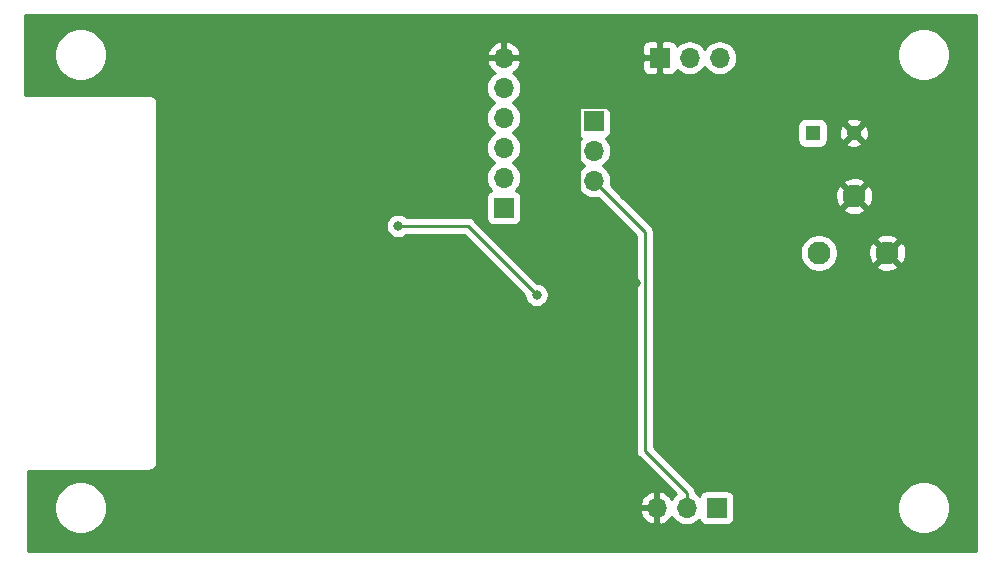
<source format=gbr>
G04 #@! TF.GenerationSoftware,KiCad,Pcbnew,(5.1.4)-1*
G04 #@! TF.CreationDate,2020-11-07T20:29:11+00:00*
G04 #@! TF.ProjectId,WLED Module,574c4544-204d-46f6-9475-6c652e6b6963,rev?*
G04 #@! TF.SameCoordinates,Original*
G04 #@! TF.FileFunction,Copper,L2,Bot*
G04 #@! TF.FilePolarity,Positive*
%FSLAX46Y46*%
G04 Gerber Fmt 4.6, Leading zero omitted, Abs format (unit mm)*
G04 Created by KiCad (PCBNEW (5.1.4)-1) date 2020-11-07 20:29:11*
%MOMM*%
%LPD*%
G04 APERTURE LIST*
%ADD10O,1.700000X1.700000*%
%ADD11R,1.700000X1.700000*%
%ADD12R,1.275000X1.275000*%
%ADD13C,1.275000*%
%ADD14C,1.948180*%
%ADD15C,0.800000*%
%ADD16C,0.635000*%
%ADD17C,0.250000*%
%ADD18C,0.254000*%
G04 APERTURE END LIST*
D10*
X226568000Y-125730000D03*
X229108000Y-125730000D03*
D11*
X231648000Y-125730000D03*
D10*
X231902000Y-87630000D03*
X229362000Y-87630000D03*
D11*
X226822000Y-87630000D03*
D12*
X239776000Y-93980000D03*
D13*
X243276000Y-93980000D03*
D11*
X213614000Y-100330000D03*
D10*
X213614000Y-97790000D03*
X213614000Y-95250000D03*
X213614000Y-92710000D03*
X213614000Y-90170000D03*
X213614000Y-87630000D03*
D14*
X246100600Y-104140000D03*
X243301520Y-99341940D03*
X240301780Y-104140000D03*
D11*
X221234000Y-92964000D03*
D10*
X221234000Y-95504000D03*
X221234000Y-98044000D03*
D15*
X224536000Y-114808000D03*
X224827000Y-106680000D03*
X204724000Y-112014000D03*
X195834000Y-123444000D03*
X184785000Y-117475000D03*
X184912000Y-94996000D03*
X204688000Y-101854000D03*
X216408000Y-107696000D03*
D16*
X222498001Y-91596499D02*
X227838000Y-96936498D01*
X219969999Y-91596499D02*
X222498001Y-91596499D01*
X219866499Y-91699999D02*
X219969999Y-91596499D01*
X224536000Y-114808000D02*
X219866499Y-110138499D01*
X219866499Y-110138499D02*
X219866499Y-91699999D01*
X204724000Y-112014000D02*
X193802000Y-122936000D01*
X193802000Y-122936000D02*
X193802000Y-123444000D01*
D17*
X204688000Y-101854000D02*
X210566000Y-101854000D01*
X210566000Y-101854000D02*
X216408000Y-107696000D01*
X229108000Y-124434998D02*
X225552000Y-120878998D01*
X229108000Y-125730000D02*
X229108000Y-124434998D01*
X225552000Y-102362000D02*
X221234000Y-98044000D01*
X225552000Y-120878998D02*
X225552000Y-102362000D01*
D18*
G36*
X253594000Y-129388000D02*
G01*
X173380000Y-129388000D01*
X173380000Y-125509872D01*
X175565000Y-125509872D01*
X175565000Y-125950128D01*
X175650890Y-126381925D01*
X175819369Y-126788669D01*
X176063962Y-127154729D01*
X176375271Y-127466038D01*
X176741331Y-127710631D01*
X177148075Y-127879110D01*
X177579872Y-127965000D01*
X178020128Y-127965000D01*
X178451925Y-127879110D01*
X178858669Y-127710631D01*
X179224729Y-127466038D01*
X179536038Y-127154729D01*
X179780631Y-126788669D01*
X179949110Y-126381925D01*
X180007796Y-126086891D01*
X225126519Y-126086891D01*
X225223843Y-126361252D01*
X225372822Y-126611355D01*
X225567731Y-126827588D01*
X225801080Y-127001641D01*
X226063901Y-127126825D01*
X226211110Y-127171476D01*
X226441000Y-127050155D01*
X226441000Y-125857000D01*
X225247186Y-125857000D01*
X225126519Y-126086891D01*
X180007796Y-126086891D01*
X180035000Y-125950128D01*
X180035000Y-125509872D01*
X180007797Y-125373109D01*
X225126519Y-125373109D01*
X225247186Y-125603000D01*
X226441000Y-125603000D01*
X226441000Y-124409845D01*
X226211110Y-124288524D01*
X226063901Y-124333175D01*
X225801080Y-124458359D01*
X225567731Y-124632412D01*
X225372822Y-124848645D01*
X225223843Y-125098748D01*
X225126519Y-125373109D01*
X180007797Y-125373109D01*
X179949110Y-125078075D01*
X179780631Y-124671331D01*
X179536038Y-124305271D01*
X179224729Y-123993962D01*
X178858669Y-123749369D01*
X178451925Y-123580890D01*
X178020128Y-123495000D01*
X177579872Y-123495000D01*
X177148075Y-123580890D01*
X176741331Y-123749369D01*
X176375271Y-123993962D01*
X176063962Y-124305271D01*
X175819369Y-124671331D01*
X175650890Y-125078075D01*
X175565000Y-125509872D01*
X173380000Y-125509872D01*
X173380000Y-122580000D01*
X183609581Y-122580000D01*
X183642000Y-122583193D01*
X183674419Y-122580000D01*
X183771383Y-122570450D01*
X183895793Y-122532710D01*
X184010450Y-122471425D01*
X184110948Y-122388948D01*
X184193425Y-122288450D01*
X184254710Y-122173793D01*
X184292450Y-122049383D01*
X184305193Y-121920000D01*
X184302000Y-121887581D01*
X184302000Y-101752061D01*
X203653000Y-101752061D01*
X203653000Y-101955939D01*
X203692774Y-102155898D01*
X203770795Y-102344256D01*
X203884063Y-102513774D01*
X204028226Y-102657937D01*
X204197744Y-102771205D01*
X204386102Y-102849226D01*
X204586061Y-102889000D01*
X204789939Y-102889000D01*
X204989898Y-102849226D01*
X205178256Y-102771205D01*
X205347774Y-102657937D01*
X205391711Y-102614000D01*
X210251199Y-102614000D01*
X215373000Y-107735802D01*
X215373000Y-107797939D01*
X215412774Y-107997898D01*
X215490795Y-108186256D01*
X215604063Y-108355774D01*
X215748226Y-108499937D01*
X215917744Y-108613205D01*
X216106102Y-108691226D01*
X216306061Y-108731000D01*
X216509939Y-108731000D01*
X216709898Y-108691226D01*
X216898256Y-108613205D01*
X217067774Y-108499937D01*
X217211937Y-108355774D01*
X217325205Y-108186256D01*
X217403226Y-107997898D01*
X217443000Y-107797939D01*
X217443000Y-107594061D01*
X217403226Y-107394102D01*
X217325205Y-107205744D01*
X217211937Y-107036226D01*
X217067774Y-106892063D01*
X216898256Y-106778795D01*
X216709898Y-106700774D01*
X216509939Y-106661000D01*
X216447802Y-106661000D01*
X211129804Y-101343003D01*
X211106001Y-101313999D01*
X210990276Y-101219026D01*
X210858247Y-101148454D01*
X210714986Y-101104997D01*
X210603333Y-101094000D01*
X210603322Y-101094000D01*
X210566000Y-101090324D01*
X210528678Y-101094000D01*
X205391711Y-101094000D01*
X205347774Y-101050063D01*
X205178256Y-100936795D01*
X204989898Y-100858774D01*
X204789939Y-100819000D01*
X204586061Y-100819000D01*
X204386102Y-100858774D01*
X204197744Y-100936795D01*
X204028226Y-101050063D01*
X203884063Y-101194226D01*
X203770795Y-101363744D01*
X203692774Y-101552102D01*
X203653000Y-101752061D01*
X184302000Y-101752061D01*
X184302000Y-91472418D01*
X184305193Y-91440000D01*
X184292450Y-91310617D01*
X184254710Y-91186207D01*
X184193425Y-91071550D01*
X184110948Y-90971052D01*
X184010450Y-90888575D01*
X183895793Y-90827290D01*
X183771383Y-90789550D01*
X183674419Y-90780000D01*
X183642000Y-90776807D01*
X183609581Y-90780000D01*
X173126000Y-90780000D01*
X173126000Y-90170000D01*
X212121815Y-90170000D01*
X212150487Y-90461111D01*
X212235401Y-90741034D01*
X212373294Y-90999014D01*
X212558866Y-91225134D01*
X212784986Y-91410706D01*
X212839791Y-91440000D01*
X212784986Y-91469294D01*
X212558866Y-91654866D01*
X212373294Y-91880986D01*
X212235401Y-92138966D01*
X212150487Y-92418889D01*
X212121815Y-92710000D01*
X212150487Y-93001111D01*
X212235401Y-93281034D01*
X212373294Y-93539014D01*
X212558866Y-93765134D01*
X212784986Y-93950706D01*
X212839791Y-93980000D01*
X212784986Y-94009294D01*
X212558866Y-94194866D01*
X212373294Y-94420986D01*
X212235401Y-94678966D01*
X212150487Y-94958889D01*
X212121815Y-95250000D01*
X212150487Y-95541111D01*
X212235401Y-95821034D01*
X212373294Y-96079014D01*
X212558866Y-96305134D01*
X212784986Y-96490706D01*
X212839791Y-96520000D01*
X212784986Y-96549294D01*
X212558866Y-96734866D01*
X212373294Y-96960986D01*
X212235401Y-97218966D01*
X212150487Y-97498889D01*
X212121815Y-97790000D01*
X212150487Y-98081111D01*
X212235401Y-98361034D01*
X212373294Y-98619014D01*
X212558866Y-98845134D01*
X212588687Y-98869607D01*
X212519820Y-98890498D01*
X212409506Y-98949463D01*
X212312815Y-99028815D01*
X212233463Y-99125506D01*
X212174498Y-99235820D01*
X212138188Y-99355518D01*
X212125928Y-99480000D01*
X212125928Y-101180000D01*
X212138188Y-101304482D01*
X212174498Y-101424180D01*
X212233463Y-101534494D01*
X212312815Y-101631185D01*
X212409506Y-101710537D01*
X212519820Y-101769502D01*
X212639518Y-101805812D01*
X212764000Y-101818072D01*
X214464000Y-101818072D01*
X214588482Y-101805812D01*
X214708180Y-101769502D01*
X214818494Y-101710537D01*
X214915185Y-101631185D01*
X214994537Y-101534494D01*
X215053502Y-101424180D01*
X215089812Y-101304482D01*
X215102072Y-101180000D01*
X215102072Y-99480000D01*
X215089812Y-99355518D01*
X215053502Y-99235820D01*
X214994537Y-99125506D01*
X214915185Y-99028815D01*
X214818494Y-98949463D01*
X214708180Y-98890498D01*
X214639313Y-98869607D01*
X214669134Y-98845134D01*
X214854706Y-98619014D01*
X214992599Y-98361034D01*
X215077513Y-98081111D01*
X215106185Y-97790000D01*
X215077513Y-97498889D01*
X214992599Y-97218966D01*
X214854706Y-96960986D01*
X214669134Y-96734866D01*
X214443014Y-96549294D01*
X214388209Y-96520000D01*
X214443014Y-96490706D01*
X214669134Y-96305134D01*
X214854706Y-96079014D01*
X214992599Y-95821034D01*
X215077513Y-95541111D01*
X215081168Y-95504000D01*
X219741815Y-95504000D01*
X219770487Y-95795111D01*
X219855401Y-96075034D01*
X219993294Y-96333014D01*
X220178866Y-96559134D01*
X220404986Y-96744706D01*
X220459791Y-96774000D01*
X220404986Y-96803294D01*
X220178866Y-96988866D01*
X219993294Y-97214986D01*
X219855401Y-97472966D01*
X219770487Y-97752889D01*
X219741815Y-98044000D01*
X219770487Y-98335111D01*
X219855401Y-98615034D01*
X219993294Y-98873014D01*
X220178866Y-99099134D01*
X220404986Y-99284706D01*
X220662966Y-99422599D01*
X220942889Y-99507513D01*
X221161050Y-99529000D01*
X221306950Y-99529000D01*
X221525111Y-99507513D01*
X221599996Y-99484797D01*
X224792001Y-102676803D01*
X224792000Y-120841676D01*
X224788324Y-120878998D01*
X224792000Y-120916320D01*
X224792000Y-120916330D01*
X224802997Y-121027983D01*
X224846454Y-121171244D01*
X224917026Y-121303274D01*
X224956871Y-121351824D01*
X225011999Y-121418999D01*
X225041003Y-121442802D01*
X228173809Y-124575610D01*
X228052866Y-124674866D01*
X227867294Y-124900986D01*
X227832799Y-124965523D01*
X227763178Y-124848645D01*
X227568269Y-124632412D01*
X227334920Y-124458359D01*
X227072099Y-124333175D01*
X226924890Y-124288524D01*
X226695000Y-124409845D01*
X226695000Y-125603000D01*
X226715000Y-125603000D01*
X226715000Y-125857000D01*
X226695000Y-125857000D01*
X226695000Y-127050155D01*
X226924890Y-127171476D01*
X227072099Y-127126825D01*
X227334920Y-127001641D01*
X227568269Y-126827588D01*
X227763178Y-126611355D01*
X227832799Y-126494477D01*
X227867294Y-126559014D01*
X228052866Y-126785134D01*
X228278986Y-126970706D01*
X228536966Y-127108599D01*
X228816889Y-127193513D01*
X229035050Y-127215000D01*
X229180950Y-127215000D01*
X229399111Y-127193513D01*
X229679034Y-127108599D01*
X229937014Y-126970706D01*
X230163134Y-126785134D01*
X230187607Y-126755313D01*
X230208498Y-126824180D01*
X230267463Y-126934494D01*
X230346815Y-127031185D01*
X230443506Y-127110537D01*
X230553820Y-127169502D01*
X230673518Y-127205812D01*
X230798000Y-127218072D01*
X232498000Y-127218072D01*
X232622482Y-127205812D01*
X232742180Y-127169502D01*
X232852494Y-127110537D01*
X232949185Y-127031185D01*
X233028537Y-126934494D01*
X233087502Y-126824180D01*
X233123812Y-126704482D01*
X233136072Y-126580000D01*
X233136072Y-125509872D01*
X246939000Y-125509872D01*
X246939000Y-125950128D01*
X247024890Y-126381925D01*
X247193369Y-126788669D01*
X247437962Y-127154729D01*
X247749271Y-127466038D01*
X248115331Y-127710631D01*
X248522075Y-127879110D01*
X248953872Y-127965000D01*
X249394128Y-127965000D01*
X249825925Y-127879110D01*
X250232669Y-127710631D01*
X250598729Y-127466038D01*
X250910038Y-127154729D01*
X251154631Y-126788669D01*
X251323110Y-126381925D01*
X251409000Y-125950128D01*
X251409000Y-125509872D01*
X251323110Y-125078075D01*
X251154631Y-124671331D01*
X250910038Y-124305271D01*
X250598729Y-123993962D01*
X250232669Y-123749369D01*
X249825925Y-123580890D01*
X249394128Y-123495000D01*
X248953872Y-123495000D01*
X248522075Y-123580890D01*
X248115331Y-123749369D01*
X247749271Y-123993962D01*
X247437962Y-124305271D01*
X247193369Y-124671331D01*
X247024890Y-125078075D01*
X246939000Y-125509872D01*
X233136072Y-125509872D01*
X233136072Y-124880000D01*
X233123812Y-124755518D01*
X233087502Y-124635820D01*
X233028537Y-124525506D01*
X232949185Y-124428815D01*
X232852494Y-124349463D01*
X232742180Y-124290498D01*
X232622482Y-124254188D01*
X232498000Y-124241928D01*
X230798000Y-124241928D01*
X230673518Y-124254188D01*
X230553820Y-124290498D01*
X230443506Y-124349463D01*
X230346815Y-124428815D01*
X230267463Y-124525506D01*
X230208498Y-124635820D01*
X230187607Y-124704687D01*
X230163134Y-124674866D01*
X229937014Y-124489294D01*
X229869863Y-124453401D01*
X229871676Y-124434997D01*
X229868000Y-124397674D01*
X229868000Y-124397665D01*
X229857003Y-124286012D01*
X229813546Y-124142751D01*
X229742974Y-124010722D01*
X229729219Y-123993962D01*
X229671799Y-123923994D01*
X229671795Y-123923990D01*
X229648001Y-123894997D01*
X229619008Y-123871203D01*
X226312000Y-120564197D01*
X226312000Y-103981518D01*
X238692690Y-103981518D01*
X238692690Y-104298482D01*
X238754526Y-104609354D01*
X238875823Y-104902190D01*
X239051918Y-105165735D01*
X239276045Y-105389862D01*
X239539590Y-105565957D01*
X239832426Y-105687254D01*
X240143298Y-105749090D01*
X240460262Y-105749090D01*
X240771134Y-105687254D01*
X241063970Y-105565957D01*
X241327515Y-105389862D01*
X241460442Y-105256935D01*
X245163270Y-105256935D01*
X245255905Y-105518688D01*
X245541105Y-105656989D01*
X245847805Y-105736992D01*
X246164220Y-105755624D01*
X246478190Y-105712169D01*
X246777650Y-105608297D01*
X246945295Y-105518688D01*
X247037930Y-105256935D01*
X246100600Y-104319605D01*
X245163270Y-105256935D01*
X241460442Y-105256935D01*
X241551642Y-105165735D01*
X241727737Y-104902190D01*
X241849034Y-104609354D01*
X241910870Y-104298482D01*
X241910870Y-104203620D01*
X244484976Y-104203620D01*
X244528431Y-104517590D01*
X244632303Y-104817050D01*
X244721912Y-104984695D01*
X244983665Y-105077330D01*
X245920995Y-104140000D01*
X246280205Y-104140000D01*
X247217535Y-105077330D01*
X247479288Y-104984695D01*
X247617589Y-104699495D01*
X247697592Y-104392795D01*
X247716224Y-104076380D01*
X247672769Y-103762410D01*
X247568897Y-103462950D01*
X247479288Y-103295305D01*
X247217535Y-103202670D01*
X246280205Y-104140000D01*
X245920995Y-104140000D01*
X244983665Y-103202670D01*
X244721912Y-103295305D01*
X244583611Y-103580505D01*
X244503608Y-103887205D01*
X244484976Y-104203620D01*
X241910870Y-104203620D01*
X241910870Y-103981518D01*
X241849034Y-103670646D01*
X241727737Y-103377810D01*
X241551642Y-103114265D01*
X241460442Y-103023065D01*
X245163270Y-103023065D01*
X246100600Y-103960395D01*
X247037930Y-103023065D01*
X246945295Y-102761312D01*
X246660095Y-102623011D01*
X246353395Y-102543008D01*
X246036980Y-102524376D01*
X245723010Y-102567831D01*
X245423550Y-102671703D01*
X245255905Y-102761312D01*
X245163270Y-103023065D01*
X241460442Y-103023065D01*
X241327515Y-102890138D01*
X241063970Y-102714043D01*
X240771134Y-102592746D01*
X240460262Y-102530910D01*
X240143298Y-102530910D01*
X239832426Y-102592746D01*
X239539590Y-102714043D01*
X239276045Y-102890138D01*
X239051918Y-103114265D01*
X238875823Y-103377810D01*
X238754526Y-103670646D01*
X238692690Y-103981518D01*
X226312000Y-103981518D01*
X226312000Y-102399322D01*
X226315676Y-102361999D01*
X226312000Y-102324676D01*
X226312000Y-102324667D01*
X226301003Y-102213014D01*
X226257546Y-102069753D01*
X226186974Y-101937724D01*
X226092001Y-101821999D01*
X226063003Y-101798201D01*
X224723677Y-100458875D01*
X242364190Y-100458875D01*
X242456825Y-100720628D01*
X242742025Y-100858929D01*
X243048725Y-100938932D01*
X243365140Y-100957564D01*
X243679110Y-100914109D01*
X243978570Y-100810237D01*
X244146215Y-100720628D01*
X244238850Y-100458875D01*
X243301520Y-99521545D01*
X242364190Y-100458875D01*
X224723677Y-100458875D01*
X223670362Y-99405560D01*
X241685896Y-99405560D01*
X241729351Y-99719530D01*
X241833223Y-100018990D01*
X241922832Y-100186635D01*
X242184585Y-100279270D01*
X243121915Y-99341940D01*
X243481125Y-99341940D01*
X244418455Y-100279270D01*
X244680208Y-100186635D01*
X244818509Y-99901435D01*
X244898512Y-99594735D01*
X244917144Y-99278320D01*
X244873689Y-98964350D01*
X244769817Y-98664890D01*
X244680208Y-98497245D01*
X244418455Y-98404610D01*
X243481125Y-99341940D01*
X243121915Y-99341940D01*
X242184585Y-98404610D01*
X241922832Y-98497245D01*
X241784531Y-98782445D01*
X241704528Y-99089145D01*
X241685896Y-99405560D01*
X223670362Y-99405560D01*
X222674797Y-98409996D01*
X222697513Y-98335111D01*
X222708357Y-98225005D01*
X242364190Y-98225005D01*
X243301520Y-99162335D01*
X244238850Y-98225005D01*
X244146215Y-97963252D01*
X243861015Y-97824951D01*
X243554315Y-97744948D01*
X243237900Y-97726316D01*
X242923930Y-97769771D01*
X242624470Y-97873643D01*
X242456825Y-97963252D01*
X242364190Y-98225005D01*
X222708357Y-98225005D01*
X222726185Y-98044000D01*
X222697513Y-97752889D01*
X222612599Y-97472966D01*
X222474706Y-97214986D01*
X222289134Y-96988866D01*
X222063014Y-96803294D01*
X222008209Y-96774000D01*
X222063014Y-96744706D01*
X222289134Y-96559134D01*
X222474706Y-96333014D01*
X222612599Y-96075034D01*
X222697513Y-95795111D01*
X222726185Y-95504000D01*
X222697513Y-95212889D01*
X222612599Y-94932966D01*
X222474706Y-94674986D01*
X222289134Y-94448866D01*
X222259313Y-94424393D01*
X222328180Y-94403502D01*
X222438494Y-94344537D01*
X222535185Y-94265185D01*
X222614537Y-94168494D01*
X222673502Y-94058180D01*
X222709812Y-93938482D01*
X222722072Y-93814000D01*
X222722072Y-93342500D01*
X238500428Y-93342500D01*
X238500428Y-94617500D01*
X238512688Y-94741982D01*
X238548998Y-94861680D01*
X238607963Y-94971994D01*
X238687315Y-95068685D01*
X238784006Y-95148037D01*
X238894320Y-95207002D01*
X239014018Y-95243312D01*
X239138500Y-95255572D01*
X240413500Y-95255572D01*
X240537982Y-95243312D01*
X240657680Y-95207002D01*
X240767994Y-95148037D01*
X240864685Y-95068685D01*
X240944037Y-94971994D01*
X241003002Y-94861680D01*
X241004546Y-94856588D01*
X242579017Y-94856588D01*
X242630886Y-95083988D01*
X242858659Y-95188631D01*
X243102470Y-95246826D01*
X243352949Y-95256338D01*
X243600472Y-95216801D01*
X243835526Y-95129735D01*
X243921114Y-95083988D01*
X243972983Y-94856588D01*
X243276000Y-94159605D01*
X242579017Y-94856588D01*
X241004546Y-94856588D01*
X241039312Y-94741982D01*
X241051572Y-94617500D01*
X241051572Y-94056949D01*
X241999662Y-94056949D01*
X242039199Y-94304472D01*
X242126265Y-94539526D01*
X242172012Y-94625114D01*
X242399412Y-94676983D01*
X243096395Y-93980000D01*
X243455605Y-93980000D01*
X244152588Y-94676983D01*
X244379988Y-94625114D01*
X244484631Y-94397341D01*
X244542826Y-94153530D01*
X244552338Y-93903051D01*
X244512801Y-93655528D01*
X244425735Y-93420474D01*
X244379988Y-93334886D01*
X244152588Y-93283017D01*
X243455605Y-93980000D01*
X243096395Y-93980000D01*
X242399412Y-93283017D01*
X242172012Y-93334886D01*
X242067369Y-93562659D01*
X242009174Y-93806470D01*
X241999662Y-94056949D01*
X241051572Y-94056949D01*
X241051572Y-93342500D01*
X241039312Y-93218018D01*
X241004547Y-93103412D01*
X242579017Y-93103412D01*
X243276000Y-93800395D01*
X243972983Y-93103412D01*
X243921114Y-92876012D01*
X243693341Y-92771369D01*
X243449530Y-92713174D01*
X243199051Y-92703662D01*
X242951528Y-92743199D01*
X242716474Y-92830265D01*
X242630886Y-92876012D01*
X242579017Y-93103412D01*
X241004547Y-93103412D01*
X241003002Y-93098320D01*
X240944037Y-92988006D01*
X240864685Y-92891315D01*
X240767994Y-92811963D01*
X240657680Y-92752998D01*
X240537982Y-92716688D01*
X240413500Y-92704428D01*
X239138500Y-92704428D01*
X239014018Y-92716688D01*
X238894320Y-92752998D01*
X238784006Y-92811963D01*
X238687315Y-92891315D01*
X238607963Y-92988006D01*
X238548998Y-93098320D01*
X238512688Y-93218018D01*
X238500428Y-93342500D01*
X222722072Y-93342500D01*
X222722072Y-92114000D01*
X222709812Y-91989518D01*
X222673502Y-91869820D01*
X222614537Y-91759506D01*
X222535185Y-91662815D01*
X222438494Y-91583463D01*
X222328180Y-91524498D01*
X222208482Y-91488188D01*
X222084000Y-91475928D01*
X220384000Y-91475928D01*
X220259518Y-91488188D01*
X220139820Y-91524498D01*
X220029506Y-91583463D01*
X219932815Y-91662815D01*
X219853463Y-91759506D01*
X219794498Y-91869820D01*
X219758188Y-91989518D01*
X219745928Y-92114000D01*
X219745928Y-93814000D01*
X219758188Y-93938482D01*
X219794498Y-94058180D01*
X219853463Y-94168494D01*
X219932815Y-94265185D01*
X220029506Y-94344537D01*
X220139820Y-94403502D01*
X220208687Y-94424393D01*
X220178866Y-94448866D01*
X219993294Y-94674986D01*
X219855401Y-94932966D01*
X219770487Y-95212889D01*
X219741815Y-95504000D01*
X215081168Y-95504000D01*
X215106185Y-95250000D01*
X215077513Y-94958889D01*
X214992599Y-94678966D01*
X214854706Y-94420986D01*
X214669134Y-94194866D01*
X214443014Y-94009294D01*
X214388209Y-93980000D01*
X214443014Y-93950706D01*
X214669134Y-93765134D01*
X214854706Y-93539014D01*
X214992599Y-93281034D01*
X215077513Y-93001111D01*
X215106185Y-92710000D01*
X215077513Y-92418889D01*
X214992599Y-92138966D01*
X214854706Y-91880986D01*
X214669134Y-91654866D01*
X214443014Y-91469294D01*
X214388209Y-91440000D01*
X214443014Y-91410706D01*
X214669134Y-91225134D01*
X214854706Y-90999014D01*
X214992599Y-90741034D01*
X215077513Y-90461111D01*
X215106185Y-90170000D01*
X215077513Y-89878889D01*
X214992599Y-89598966D01*
X214854706Y-89340986D01*
X214669134Y-89114866D01*
X214443014Y-88929294D01*
X214378477Y-88894799D01*
X214495355Y-88825178D01*
X214711588Y-88630269D01*
X214823672Y-88480000D01*
X225333928Y-88480000D01*
X225346188Y-88604482D01*
X225382498Y-88724180D01*
X225441463Y-88834494D01*
X225520815Y-88931185D01*
X225617506Y-89010537D01*
X225727820Y-89069502D01*
X225847518Y-89105812D01*
X225972000Y-89118072D01*
X226536250Y-89115000D01*
X226695000Y-88956250D01*
X226695000Y-87757000D01*
X225495750Y-87757000D01*
X225337000Y-87915750D01*
X225333928Y-88480000D01*
X214823672Y-88480000D01*
X214885641Y-88396920D01*
X215010825Y-88134099D01*
X215055476Y-87986890D01*
X214934155Y-87757000D01*
X213741000Y-87757000D01*
X213741000Y-87777000D01*
X213487000Y-87777000D01*
X213487000Y-87757000D01*
X212293845Y-87757000D01*
X212172524Y-87986890D01*
X212217175Y-88134099D01*
X212342359Y-88396920D01*
X212516412Y-88630269D01*
X212732645Y-88825178D01*
X212849523Y-88894799D01*
X212784986Y-88929294D01*
X212558866Y-89114866D01*
X212373294Y-89340986D01*
X212235401Y-89598966D01*
X212150487Y-89878889D01*
X212121815Y-90170000D01*
X173126000Y-90170000D01*
X173126000Y-87155872D01*
X175565000Y-87155872D01*
X175565000Y-87596128D01*
X175650890Y-88027925D01*
X175819369Y-88434669D01*
X176063962Y-88800729D01*
X176375271Y-89112038D01*
X176741331Y-89356631D01*
X177148075Y-89525110D01*
X177579872Y-89611000D01*
X178020128Y-89611000D01*
X178451925Y-89525110D01*
X178858669Y-89356631D01*
X179224729Y-89112038D01*
X179536038Y-88800729D01*
X179780631Y-88434669D01*
X179949110Y-88027925D01*
X180035000Y-87596128D01*
X180035000Y-87273110D01*
X212172524Y-87273110D01*
X212293845Y-87503000D01*
X213487000Y-87503000D01*
X213487000Y-86309186D01*
X213741000Y-86309186D01*
X213741000Y-87503000D01*
X214934155Y-87503000D01*
X215055476Y-87273110D01*
X215010825Y-87125901D01*
X214885641Y-86863080D01*
X214823673Y-86780000D01*
X225333928Y-86780000D01*
X225337000Y-87344250D01*
X225495750Y-87503000D01*
X226695000Y-87503000D01*
X226695000Y-86303750D01*
X226949000Y-86303750D01*
X226949000Y-87503000D01*
X226969000Y-87503000D01*
X226969000Y-87757000D01*
X226949000Y-87757000D01*
X226949000Y-88956250D01*
X227107750Y-89115000D01*
X227672000Y-89118072D01*
X227796482Y-89105812D01*
X227916180Y-89069502D01*
X228026494Y-89010537D01*
X228123185Y-88931185D01*
X228202537Y-88834494D01*
X228261502Y-88724180D01*
X228282393Y-88655313D01*
X228306866Y-88685134D01*
X228532986Y-88870706D01*
X228790966Y-89008599D01*
X229070889Y-89093513D01*
X229289050Y-89115000D01*
X229434950Y-89115000D01*
X229653111Y-89093513D01*
X229933034Y-89008599D01*
X230191014Y-88870706D01*
X230417134Y-88685134D01*
X230602706Y-88459014D01*
X230632000Y-88404209D01*
X230661294Y-88459014D01*
X230846866Y-88685134D01*
X231072986Y-88870706D01*
X231330966Y-89008599D01*
X231610889Y-89093513D01*
X231829050Y-89115000D01*
X231974950Y-89115000D01*
X232193111Y-89093513D01*
X232473034Y-89008599D01*
X232731014Y-88870706D01*
X232957134Y-88685134D01*
X233142706Y-88459014D01*
X233280599Y-88201034D01*
X233365513Y-87921111D01*
X233394185Y-87630000D01*
X233365513Y-87338889D01*
X233309996Y-87155872D01*
X246939000Y-87155872D01*
X246939000Y-87596128D01*
X247024890Y-88027925D01*
X247193369Y-88434669D01*
X247437962Y-88800729D01*
X247749271Y-89112038D01*
X248115331Y-89356631D01*
X248522075Y-89525110D01*
X248953872Y-89611000D01*
X249394128Y-89611000D01*
X249825925Y-89525110D01*
X250232669Y-89356631D01*
X250598729Y-89112038D01*
X250910038Y-88800729D01*
X251154631Y-88434669D01*
X251323110Y-88027925D01*
X251409000Y-87596128D01*
X251409000Y-87155872D01*
X251323110Y-86724075D01*
X251154631Y-86317331D01*
X250910038Y-85951271D01*
X250598729Y-85639962D01*
X250232669Y-85395369D01*
X249825925Y-85226890D01*
X249394128Y-85141000D01*
X248953872Y-85141000D01*
X248522075Y-85226890D01*
X248115331Y-85395369D01*
X247749271Y-85639962D01*
X247437962Y-85951271D01*
X247193369Y-86317331D01*
X247024890Y-86724075D01*
X246939000Y-87155872D01*
X233309996Y-87155872D01*
X233280599Y-87058966D01*
X233142706Y-86800986D01*
X232957134Y-86574866D01*
X232731014Y-86389294D01*
X232473034Y-86251401D01*
X232193111Y-86166487D01*
X231974950Y-86145000D01*
X231829050Y-86145000D01*
X231610889Y-86166487D01*
X231330966Y-86251401D01*
X231072986Y-86389294D01*
X230846866Y-86574866D01*
X230661294Y-86800986D01*
X230632000Y-86855791D01*
X230602706Y-86800986D01*
X230417134Y-86574866D01*
X230191014Y-86389294D01*
X229933034Y-86251401D01*
X229653111Y-86166487D01*
X229434950Y-86145000D01*
X229289050Y-86145000D01*
X229070889Y-86166487D01*
X228790966Y-86251401D01*
X228532986Y-86389294D01*
X228306866Y-86574866D01*
X228282393Y-86604687D01*
X228261502Y-86535820D01*
X228202537Y-86425506D01*
X228123185Y-86328815D01*
X228026494Y-86249463D01*
X227916180Y-86190498D01*
X227796482Y-86154188D01*
X227672000Y-86141928D01*
X227107750Y-86145000D01*
X226949000Y-86303750D01*
X226695000Y-86303750D01*
X226536250Y-86145000D01*
X225972000Y-86141928D01*
X225847518Y-86154188D01*
X225727820Y-86190498D01*
X225617506Y-86249463D01*
X225520815Y-86328815D01*
X225441463Y-86425506D01*
X225382498Y-86535820D01*
X225346188Y-86655518D01*
X225333928Y-86780000D01*
X214823673Y-86780000D01*
X214711588Y-86629731D01*
X214495355Y-86434822D01*
X214245252Y-86285843D01*
X213970891Y-86188519D01*
X213741000Y-86309186D01*
X213487000Y-86309186D01*
X213257109Y-86188519D01*
X212982748Y-86285843D01*
X212732645Y-86434822D01*
X212516412Y-86629731D01*
X212342359Y-86863080D01*
X212217175Y-87125901D01*
X212172524Y-87273110D01*
X180035000Y-87273110D01*
X180035000Y-87155872D01*
X179949110Y-86724075D01*
X179780631Y-86317331D01*
X179536038Y-85951271D01*
X179224729Y-85639962D01*
X178858669Y-85395369D01*
X178451925Y-85226890D01*
X178020128Y-85141000D01*
X177579872Y-85141000D01*
X177148075Y-85226890D01*
X176741331Y-85395369D01*
X176375271Y-85639962D01*
X176063962Y-85951271D01*
X175819369Y-86317331D01*
X175650890Y-86724075D01*
X175565000Y-87155872D01*
X173126000Y-87155872D01*
X173126000Y-83972000D01*
X253594001Y-83972000D01*
X253594000Y-129388000D01*
X253594000Y-129388000D01*
G37*
X253594000Y-129388000D02*
X173380000Y-129388000D01*
X173380000Y-125509872D01*
X175565000Y-125509872D01*
X175565000Y-125950128D01*
X175650890Y-126381925D01*
X175819369Y-126788669D01*
X176063962Y-127154729D01*
X176375271Y-127466038D01*
X176741331Y-127710631D01*
X177148075Y-127879110D01*
X177579872Y-127965000D01*
X178020128Y-127965000D01*
X178451925Y-127879110D01*
X178858669Y-127710631D01*
X179224729Y-127466038D01*
X179536038Y-127154729D01*
X179780631Y-126788669D01*
X179949110Y-126381925D01*
X180007796Y-126086891D01*
X225126519Y-126086891D01*
X225223843Y-126361252D01*
X225372822Y-126611355D01*
X225567731Y-126827588D01*
X225801080Y-127001641D01*
X226063901Y-127126825D01*
X226211110Y-127171476D01*
X226441000Y-127050155D01*
X226441000Y-125857000D01*
X225247186Y-125857000D01*
X225126519Y-126086891D01*
X180007796Y-126086891D01*
X180035000Y-125950128D01*
X180035000Y-125509872D01*
X180007797Y-125373109D01*
X225126519Y-125373109D01*
X225247186Y-125603000D01*
X226441000Y-125603000D01*
X226441000Y-124409845D01*
X226211110Y-124288524D01*
X226063901Y-124333175D01*
X225801080Y-124458359D01*
X225567731Y-124632412D01*
X225372822Y-124848645D01*
X225223843Y-125098748D01*
X225126519Y-125373109D01*
X180007797Y-125373109D01*
X179949110Y-125078075D01*
X179780631Y-124671331D01*
X179536038Y-124305271D01*
X179224729Y-123993962D01*
X178858669Y-123749369D01*
X178451925Y-123580890D01*
X178020128Y-123495000D01*
X177579872Y-123495000D01*
X177148075Y-123580890D01*
X176741331Y-123749369D01*
X176375271Y-123993962D01*
X176063962Y-124305271D01*
X175819369Y-124671331D01*
X175650890Y-125078075D01*
X175565000Y-125509872D01*
X173380000Y-125509872D01*
X173380000Y-122580000D01*
X183609581Y-122580000D01*
X183642000Y-122583193D01*
X183674419Y-122580000D01*
X183771383Y-122570450D01*
X183895793Y-122532710D01*
X184010450Y-122471425D01*
X184110948Y-122388948D01*
X184193425Y-122288450D01*
X184254710Y-122173793D01*
X184292450Y-122049383D01*
X184305193Y-121920000D01*
X184302000Y-121887581D01*
X184302000Y-101752061D01*
X203653000Y-101752061D01*
X203653000Y-101955939D01*
X203692774Y-102155898D01*
X203770795Y-102344256D01*
X203884063Y-102513774D01*
X204028226Y-102657937D01*
X204197744Y-102771205D01*
X204386102Y-102849226D01*
X204586061Y-102889000D01*
X204789939Y-102889000D01*
X204989898Y-102849226D01*
X205178256Y-102771205D01*
X205347774Y-102657937D01*
X205391711Y-102614000D01*
X210251199Y-102614000D01*
X215373000Y-107735802D01*
X215373000Y-107797939D01*
X215412774Y-107997898D01*
X215490795Y-108186256D01*
X215604063Y-108355774D01*
X215748226Y-108499937D01*
X215917744Y-108613205D01*
X216106102Y-108691226D01*
X216306061Y-108731000D01*
X216509939Y-108731000D01*
X216709898Y-108691226D01*
X216898256Y-108613205D01*
X217067774Y-108499937D01*
X217211937Y-108355774D01*
X217325205Y-108186256D01*
X217403226Y-107997898D01*
X217443000Y-107797939D01*
X217443000Y-107594061D01*
X217403226Y-107394102D01*
X217325205Y-107205744D01*
X217211937Y-107036226D01*
X217067774Y-106892063D01*
X216898256Y-106778795D01*
X216709898Y-106700774D01*
X216509939Y-106661000D01*
X216447802Y-106661000D01*
X211129804Y-101343003D01*
X211106001Y-101313999D01*
X210990276Y-101219026D01*
X210858247Y-101148454D01*
X210714986Y-101104997D01*
X210603333Y-101094000D01*
X210603322Y-101094000D01*
X210566000Y-101090324D01*
X210528678Y-101094000D01*
X205391711Y-101094000D01*
X205347774Y-101050063D01*
X205178256Y-100936795D01*
X204989898Y-100858774D01*
X204789939Y-100819000D01*
X204586061Y-100819000D01*
X204386102Y-100858774D01*
X204197744Y-100936795D01*
X204028226Y-101050063D01*
X203884063Y-101194226D01*
X203770795Y-101363744D01*
X203692774Y-101552102D01*
X203653000Y-101752061D01*
X184302000Y-101752061D01*
X184302000Y-91472418D01*
X184305193Y-91440000D01*
X184292450Y-91310617D01*
X184254710Y-91186207D01*
X184193425Y-91071550D01*
X184110948Y-90971052D01*
X184010450Y-90888575D01*
X183895793Y-90827290D01*
X183771383Y-90789550D01*
X183674419Y-90780000D01*
X183642000Y-90776807D01*
X183609581Y-90780000D01*
X173126000Y-90780000D01*
X173126000Y-90170000D01*
X212121815Y-90170000D01*
X212150487Y-90461111D01*
X212235401Y-90741034D01*
X212373294Y-90999014D01*
X212558866Y-91225134D01*
X212784986Y-91410706D01*
X212839791Y-91440000D01*
X212784986Y-91469294D01*
X212558866Y-91654866D01*
X212373294Y-91880986D01*
X212235401Y-92138966D01*
X212150487Y-92418889D01*
X212121815Y-92710000D01*
X212150487Y-93001111D01*
X212235401Y-93281034D01*
X212373294Y-93539014D01*
X212558866Y-93765134D01*
X212784986Y-93950706D01*
X212839791Y-93980000D01*
X212784986Y-94009294D01*
X212558866Y-94194866D01*
X212373294Y-94420986D01*
X212235401Y-94678966D01*
X212150487Y-94958889D01*
X212121815Y-95250000D01*
X212150487Y-95541111D01*
X212235401Y-95821034D01*
X212373294Y-96079014D01*
X212558866Y-96305134D01*
X212784986Y-96490706D01*
X212839791Y-96520000D01*
X212784986Y-96549294D01*
X212558866Y-96734866D01*
X212373294Y-96960986D01*
X212235401Y-97218966D01*
X212150487Y-97498889D01*
X212121815Y-97790000D01*
X212150487Y-98081111D01*
X212235401Y-98361034D01*
X212373294Y-98619014D01*
X212558866Y-98845134D01*
X212588687Y-98869607D01*
X212519820Y-98890498D01*
X212409506Y-98949463D01*
X212312815Y-99028815D01*
X212233463Y-99125506D01*
X212174498Y-99235820D01*
X212138188Y-99355518D01*
X212125928Y-99480000D01*
X212125928Y-101180000D01*
X212138188Y-101304482D01*
X212174498Y-101424180D01*
X212233463Y-101534494D01*
X212312815Y-101631185D01*
X212409506Y-101710537D01*
X212519820Y-101769502D01*
X212639518Y-101805812D01*
X212764000Y-101818072D01*
X214464000Y-101818072D01*
X214588482Y-101805812D01*
X214708180Y-101769502D01*
X214818494Y-101710537D01*
X214915185Y-101631185D01*
X214994537Y-101534494D01*
X215053502Y-101424180D01*
X215089812Y-101304482D01*
X215102072Y-101180000D01*
X215102072Y-99480000D01*
X215089812Y-99355518D01*
X215053502Y-99235820D01*
X214994537Y-99125506D01*
X214915185Y-99028815D01*
X214818494Y-98949463D01*
X214708180Y-98890498D01*
X214639313Y-98869607D01*
X214669134Y-98845134D01*
X214854706Y-98619014D01*
X214992599Y-98361034D01*
X215077513Y-98081111D01*
X215106185Y-97790000D01*
X215077513Y-97498889D01*
X214992599Y-97218966D01*
X214854706Y-96960986D01*
X214669134Y-96734866D01*
X214443014Y-96549294D01*
X214388209Y-96520000D01*
X214443014Y-96490706D01*
X214669134Y-96305134D01*
X214854706Y-96079014D01*
X214992599Y-95821034D01*
X215077513Y-95541111D01*
X215081168Y-95504000D01*
X219741815Y-95504000D01*
X219770487Y-95795111D01*
X219855401Y-96075034D01*
X219993294Y-96333014D01*
X220178866Y-96559134D01*
X220404986Y-96744706D01*
X220459791Y-96774000D01*
X220404986Y-96803294D01*
X220178866Y-96988866D01*
X219993294Y-97214986D01*
X219855401Y-97472966D01*
X219770487Y-97752889D01*
X219741815Y-98044000D01*
X219770487Y-98335111D01*
X219855401Y-98615034D01*
X219993294Y-98873014D01*
X220178866Y-99099134D01*
X220404986Y-99284706D01*
X220662966Y-99422599D01*
X220942889Y-99507513D01*
X221161050Y-99529000D01*
X221306950Y-99529000D01*
X221525111Y-99507513D01*
X221599996Y-99484797D01*
X224792001Y-102676803D01*
X224792000Y-120841676D01*
X224788324Y-120878998D01*
X224792000Y-120916320D01*
X224792000Y-120916330D01*
X224802997Y-121027983D01*
X224846454Y-121171244D01*
X224917026Y-121303274D01*
X224956871Y-121351824D01*
X225011999Y-121418999D01*
X225041003Y-121442802D01*
X228173809Y-124575610D01*
X228052866Y-124674866D01*
X227867294Y-124900986D01*
X227832799Y-124965523D01*
X227763178Y-124848645D01*
X227568269Y-124632412D01*
X227334920Y-124458359D01*
X227072099Y-124333175D01*
X226924890Y-124288524D01*
X226695000Y-124409845D01*
X226695000Y-125603000D01*
X226715000Y-125603000D01*
X226715000Y-125857000D01*
X226695000Y-125857000D01*
X226695000Y-127050155D01*
X226924890Y-127171476D01*
X227072099Y-127126825D01*
X227334920Y-127001641D01*
X227568269Y-126827588D01*
X227763178Y-126611355D01*
X227832799Y-126494477D01*
X227867294Y-126559014D01*
X228052866Y-126785134D01*
X228278986Y-126970706D01*
X228536966Y-127108599D01*
X228816889Y-127193513D01*
X229035050Y-127215000D01*
X229180950Y-127215000D01*
X229399111Y-127193513D01*
X229679034Y-127108599D01*
X229937014Y-126970706D01*
X230163134Y-126785134D01*
X230187607Y-126755313D01*
X230208498Y-126824180D01*
X230267463Y-126934494D01*
X230346815Y-127031185D01*
X230443506Y-127110537D01*
X230553820Y-127169502D01*
X230673518Y-127205812D01*
X230798000Y-127218072D01*
X232498000Y-127218072D01*
X232622482Y-127205812D01*
X232742180Y-127169502D01*
X232852494Y-127110537D01*
X232949185Y-127031185D01*
X233028537Y-126934494D01*
X233087502Y-126824180D01*
X233123812Y-126704482D01*
X233136072Y-126580000D01*
X233136072Y-125509872D01*
X246939000Y-125509872D01*
X246939000Y-125950128D01*
X247024890Y-126381925D01*
X247193369Y-126788669D01*
X247437962Y-127154729D01*
X247749271Y-127466038D01*
X248115331Y-127710631D01*
X248522075Y-127879110D01*
X248953872Y-127965000D01*
X249394128Y-127965000D01*
X249825925Y-127879110D01*
X250232669Y-127710631D01*
X250598729Y-127466038D01*
X250910038Y-127154729D01*
X251154631Y-126788669D01*
X251323110Y-126381925D01*
X251409000Y-125950128D01*
X251409000Y-125509872D01*
X251323110Y-125078075D01*
X251154631Y-124671331D01*
X250910038Y-124305271D01*
X250598729Y-123993962D01*
X250232669Y-123749369D01*
X249825925Y-123580890D01*
X249394128Y-123495000D01*
X248953872Y-123495000D01*
X248522075Y-123580890D01*
X248115331Y-123749369D01*
X247749271Y-123993962D01*
X247437962Y-124305271D01*
X247193369Y-124671331D01*
X247024890Y-125078075D01*
X246939000Y-125509872D01*
X233136072Y-125509872D01*
X233136072Y-124880000D01*
X233123812Y-124755518D01*
X233087502Y-124635820D01*
X233028537Y-124525506D01*
X232949185Y-124428815D01*
X232852494Y-124349463D01*
X232742180Y-124290498D01*
X232622482Y-124254188D01*
X232498000Y-124241928D01*
X230798000Y-124241928D01*
X230673518Y-124254188D01*
X230553820Y-124290498D01*
X230443506Y-124349463D01*
X230346815Y-124428815D01*
X230267463Y-124525506D01*
X230208498Y-124635820D01*
X230187607Y-124704687D01*
X230163134Y-124674866D01*
X229937014Y-124489294D01*
X229869863Y-124453401D01*
X229871676Y-124434997D01*
X229868000Y-124397674D01*
X229868000Y-124397665D01*
X229857003Y-124286012D01*
X229813546Y-124142751D01*
X229742974Y-124010722D01*
X229729219Y-123993962D01*
X229671799Y-123923994D01*
X229671795Y-123923990D01*
X229648001Y-123894997D01*
X229619008Y-123871203D01*
X226312000Y-120564197D01*
X226312000Y-103981518D01*
X238692690Y-103981518D01*
X238692690Y-104298482D01*
X238754526Y-104609354D01*
X238875823Y-104902190D01*
X239051918Y-105165735D01*
X239276045Y-105389862D01*
X239539590Y-105565957D01*
X239832426Y-105687254D01*
X240143298Y-105749090D01*
X240460262Y-105749090D01*
X240771134Y-105687254D01*
X241063970Y-105565957D01*
X241327515Y-105389862D01*
X241460442Y-105256935D01*
X245163270Y-105256935D01*
X245255905Y-105518688D01*
X245541105Y-105656989D01*
X245847805Y-105736992D01*
X246164220Y-105755624D01*
X246478190Y-105712169D01*
X246777650Y-105608297D01*
X246945295Y-105518688D01*
X247037930Y-105256935D01*
X246100600Y-104319605D01*
X245163270Y-105256935D01*
X241460442Y-105256935D01*
X241551642Y-105165735D01*
X241727737Y-104902190D01*
X241849034Y-104609354D01*
X241910870Y-104298482D01*
X241910870Y-104203620D01*
X244484976Y-104203620D01*
X244528431Y-104517590D01*
X244632303Y-104817050D01*
X244721912Y-104984695D01*
X244983665Y-105077330D01*
X245920995Y-104140000D01*
X246280205Y-104140000D01*
X247217535Y-105077330D01*
X247479288Y-104984695D01*
X247617589Y-104699495D01*
X247697592Y-104392795D01*
X247716224Y-104076380D01*
X247672769Y-103762410D01*
X247568897Y-103462950D01*
X247479288Y-103295305D01*
X247217535Y-103202670D01*
X246280205Y-104140000D01*
X245920995Y-104140000D01*
X244983665Y-103202670D01*
X244721912Y-103295305D01*
X244583611Y-103580505D01*
X244503608Y-103887205D01*
X244484976Y-104203620D01*
X241910870Y-104203620D01*
X241910870Y-103981518D01*
X241849034Y-103670646D01*
X241727737Y-103377810D01*
X241551642Y-103114265D01*
X241460442Y-103023065D01*
X245163270Y-103023065D01*
X246100600Y-103960395D01*
X247037930Y-103023065D01*
X246945295Y-102761312D01*
X246660095Y-102623011D01*
X246353395Y-102543008D01*
X246036980Y-102524376D01*
X245723010Y-102567831D01*
X245423550Y-102671703D01*
X245255905Y-102761312D01*
X245163270Y-103023065D01*
X241460442Y-103023065D01*
X241327515Y-102890138D01*
X241063970Y-102714043D01*
X240771134Y-102592746D01*
X240460262Y-102530910D01*
X240143298Y-102530910D01*
X239832426Y-102592746D01*
X239539590Y-102714043D01*
X239276045Y-102890138D01*
X239051918Y-103114265D01*
X238875823Y-103377810D01*
X238754526Y-103670646D01*
X238692690Y-103981518D01*
X226312000Y-103981518D01*
X226312000Y-102399322D01*
X226315676Y-102361999D01*
X226312000Y-102324676D01*
X226312000Y-102324667D01*
X226301003Y-102213014D01*
X226257546Y-102069753D01*
X226186974Y-101937724D01*
X226092001Y-101821999D01*
X226063003Y-101798201D01*
X224723677Y-100458875D01*
X242364190Y-100458875D01*
X242456825Y-100720628D01*
X242742025Y-100858929D01*
X243048725Y-100938932D01*
X243365140Y-100957564D01*
X243679110Y-100914109D01*
X243978570Y-100810237D01*
X244146215Y-100720628D01*
X244238850Y-100458875D01*
X243301520Y-99521545D01*
X242364190Y-100458875D01*
X224723677Y-100458875D01*
X223670362Y-99405560D01*
X241685896Y-99405560D01*
X241729351Y-99719530D01*
X241833223Y-100018990D01*
X241922832Y-100186635D01*
X242184585Y-100279270D01*
X243121915Y-99341940D01*
X243481125Y-99341940D01*
X244418455Y-100279270D01*
X244680208Y-100186635D01*
X244818509Y-99901435D01*
X244898512Y-99594735D01*
X244917144Y-99278320D01*
X244873689Y-98964350D01*
X244769817Y-98664890D01*
X244680208Y-98497245D01*
X244418455Y-98404610D01*
X243481125Y-99341940D01*
X243121915Y-99341940D01*
X242184585Y-98404610D01*
X241922832Y-98497245D01*
X241784531Y-98782445D01*
X241704528Y-99089145D01*
X241685896Y-99405560D01*
X223670362Y-99405560D01*
X222674797Y-98409996D01*
X222697513Y-98335111D01*
X222708357Y-98225005D01*
X242364190Y-98225005D01*
X243301520Y-99162335D01*
X244238850Y-98225005D01*
X244146215Y-97963252D01*
X243861015Y-97824951D01*
X243554315Y-97744948D01*
X243237900Y-97726316D01*
X242923930Y-97769771D01*
X242624470Y-97873643D01*
X242456825Y-97963252D01*
X242364190Y-98225005D01*
X222708357Y-98225005D01*
X222726185Y-98044000D01*
X222697513Y-97752889D01*
X222612599Y-97472966D01*
X222474706Y-97214986D01*
X222289134Y-96988866D01*
X222063014Y-96803294D01*
X222008209Y-96774000D01*
X222063014Y-96744706D01*
X222289134Y-96559134D01*
X222474706Y-96333014D01*
X222612599Y-96075034D01*
X222697513Y-95795111D01*
X222726185Y-95504000D01*
X222697513Y-95212889D01*
X222612599Y-94932966D01*
X222474706Y-94674986D01*
X222289134Y-94448866D01*
X222259313Y-94424393D01*
X222328180Y-94403502D01*
X222438494Y-94344537D01*
X222535185Y-94265185D01*
X222614537Y-94168494D01*
X222673502Y-94058180D01*
X222709812Y-93938482D01*
X222722072Y-93814000D01*
X222722072Y-93342500D01*
X238500428Y-93342500D01*
X238500428Y-94617500D01*
X238512688Y-94741982D01*
X238548998Y-94861680D01*
X238607963Y-94971994D01*
X238687315Y-95068685D01*
X238784006Y-95148037D01*
X238894320Y-95207002D01*
X239014018Y-95243312D01*
X239138500Y-95255572D01*
X240413500Y-95255572D01*
X240537982Y-95243312D01*
X240657680Y-95207002D01*
X240767994Y-95148037D01*
X240864685Y-95068685D01*
X240944037Y-94971994D01*
X241003002Y-94861680D01*
X241004546Y-94856588D01*
X242579017Y-94856588D01*
X242630886Y-95083988D01*
X242858659Y-95188631D01*
X243102470Y-95246826D01*
X243352949Y-95256338D01*
X243600472Y-95216801D01*
X243835526Y-95129735D01*
X243921114Y-95083988D01*
X243972983Y-94856588D01*
X243276000Y-94159605D01*
X242579017Y-94856588D01*
X241004546Y-94856588D01*
X241039312Y-94741982D01*
X241051572Y-94617500D01*
X241051572Y-94056949D01*
X241999662Y-94056949D01*
X242039199Y-94304472D01*
X242126265Y-94539526D01*
X242172012Y-94625114D01*
X242399412Y-94676983D01*
X243096395Y-93980000D01*
X243455605Y-93980000D01*
X244152588Y-94676983D01*
X244379988Y-94625114D01*
X244484631Y-94397341D01*
X244542826Y-94153530D01*
X244552338Y-93903051D01*
X244512801Y-93655528D01*
X244425735Y-93420474D01*
X244379988Y-93334886D01*
X244152588Y-93283017D01*
X243455605Y-93980000D01*
X243096395Y-93980000D01*
X242399412Y-93283017D01*
X242172012Y-93334886D01*
X242067369Y-93562659D01*
X242009174Y-93806470D01*
X241999662Y-94056949D01*
X241051572Y-94056949D01*
X241051572Y-93342500D01*
X241039312Y-93218018D01*
X241004547Y-93103412D01*
X242579017Y-93103412D01*
X243276000Y-93800395D01*
X243972983Y-93103412D01*
X243921114Y-92876012D01*
X243693341Y-92771369D01*
X243449530Y-92713174D01*
X243199051Y-92703662D01*
X242951528Y-92743199D01*
X242716474Y-92830265D01*
X242630886Y-92876012D01*
X242579017Y-93103412D01*
X241004547Y-93103412D01*
X241003002Y-93098320D01*
X240944037Y-92988006D01*
X240864685Y-92891315D01*
X240767994Y-92811963D01*
X240657680Y-92752998D01*
X240537982Y-92716688D01*
X240413500Y-92704428D01*
X239138500Y-92704428D01*
X239014018Y-92716688D01*
X238894320Y-92752998D01*
X238784006Y-92811963D01*
X238687315Y-92891315D01*
X238607963Y-92988006D01*
X238548998Y-93098320D01*
X238512688Y-93218018D01*
X238500428Y-93342500D01*
X222722072Y-93342500D01*
X222722072Y-92114000D01*
X222709812Y-91989518D01*
X222673502Y-91869820D01*
X222614537Y-91759506D01*
X222535185Y-91662815D01*
X222438494Y-91583463D01*
X222328180Y-91524498D01*
X222208482Y-91488188D01*
X222084000Y-91475928D01*
X220384000Y-91475928D01*
X220259518Y-91488188D01*
X220139820Y-91524498D01*
X220029506Y-91583463D01*
X219932815Y-91662815D01*
X219853463Y-91759506D01*
X219794498Y-91869820D01*
X219758188Y-91989518D01*
X219745928Y-92114000D01*
X219745928Y-93814000D01*
X219758188Y-93938482D01*
X219794498Y-94058180D01*
X219853463Y-94168494D01*
X219932815Y-94265185D01*
X220029506Y-94344537D01*
X220139820Y-94403502D01*
X220208687Y-94424393D01*
X220178866Y-94448866D01*
X219993294Y-94674986D01*
X219855401Y-94932966D01*
X219770487Y-95212889D01*
X219741815Y-95504000D01*
X215081168Y-95504000D01*
X215106185Y-95250000D01*
X215077513Y-94958889D01*
X214992599Y-94678966D01*
X214854706Y-94420986D01*
X214669134Y-94194866D01*
X214443014Y-94009294D01*
X214388209Y-93980000D01*
X214443014Y-93950706D01*
X214669134Y-93765134D01*
X214854706Y-93539014D01*
X214992599Y-93281034D01*
X215077513Y-93001111D01*
X215106185Y-92710000D01*
X215077513Y-92418889D01*
X214992599Y-92138966D01*
X214854706Y-91880986D01*
X214669134Y-91654866D01*
X214443014Y-91469294D01*
X214388209Y-91440000D01*
X214443014Y-91410706D01*
X214669134Y-91225134D01*
X214854706Y-90999014D01*
X214992599Y-90741034D01*
X215077513Y-90461111D01*
X215106185Y-90170000D01*
X215077513Y-89878889D01*
X214992599Y-89598966D01*
X214854706Y-89340986D01*
X214669134Y-89114866D01*
X214443014Y-88929294D01*
X214378477Y-88894799D01*
X214495355Y-88825178D01*
X214711588Y-88630269D01*
X214823672Y-88480000D01*
X225333928Y-88480000D01*
X225346188Y-88604482D01*
X225382498Y-88724180D01*
X225441463Y-88834494D01*
X225520815Y-88931185D01*
X225617506Y-89010537D01*
X225727820Y-89069502D01*
X225847518Y-89105812D01*
X225972000Y-89118072D01*
X226536250Y-89115000D01*
X226695000Y-88956250D01*
X226695000Y-87757000D01*
X225495750Y-87757000D01*
X225337000Y-87915750D01*
X225333928Y-88480000D01*
X214823672Y-88480000D01*
X214885641Y-88396920D01*
X215010825Y-88134099D01*
X215055476Y-87986890D01*
X214934155Y-87757000D01*
X213741000Y-87757000D01*
X213741000Y-87777000D01*
X213487000Y-87777000D01*
X213487000Y-87757000D01*
X212293845Y-87757000D01*
X212172524Y-87986890D01*
X212217175Y-88134099D01*
X212342359Y-88396920D01*
X212516412Y-88630269D01*
X212732645Y-88825178D01*
X212849523Y-88894799D01*
X212784986Y-88929294D01*
X212558866Y-89114866D01*
X212373294Y-89340986D01*
X212235401Y-89598966D01*
X212150487Y-89878889D01*
X212121815Y-90170000D01*
X173126000Y-90170000D01*
X173126000Y-87155872D01*
X175565000Y-87155872D01*
X175565000Y-87596128D01*
X175650890Y-88027925D01*
X175819369Y-88434669D01*
X176063962Y-88800729D01*
X176375271Y-89112038D01*
X176741331Y-89356631D01*
X177148075Y-89525110D01*
X177579872Y-89611000D01*
X178020128Y-89611000D01*
X178451925Y-89525110D01*
X178858669Y-89356631D01*
X179224729Y-89112038D01*
X179536038Y-88800729D01*
X179780631Y-88434669D01*
X179949110Y-88027925D01*
X180035000Y-87596128D01*
X180035000Y-87273110D01*
X212172524Y-87273110D01*
X212293845Y-87503000D01*
X213487000Y-87503000D01*
X213487000Y-86309186D01*
X213741000Y-86309186D01*
X213741000Y-87503000D01*
X214934155Y-87503000D01*
X215055476Y-87273110D01*
X215010825Y-87125901D01*
X214885641Y-86863080D01*
X214823673Y-86780000D01*
X225333928Y-86780000D01*
X225337000Y-87344250D01*
X225495750Y-87503000D01*
X226695000Y-87503000D01*
X226695000Y-86303750D01*
X226949000Y-86303750D01*
X226949000Y-87503000D01*
X226969000Y-87503000D01*
X226969000Y-87757000D01*
X226949000Y-87757000D01*
X226949000Y-88956250D01*
X227107750Y-89115000D01*
X227672000Y-89118072D01*
X227796482Y-89105812D01*
X227916180Y-89069502D01*
X228026494Y-89010537D01*
X228123185Y-88931185D01*
X228202537Y-88834494D01*
X228261502Y-88724180D01*
X228282393Y-88655313D01*
X228306866Y-88685134D01*
X228532986Y-88870706D01*
X228790966Y-89008599D01*
X229070889Y-89093513D01*
X229289050Y-89115000D01*
X229434950Y-89115000D01*
X229653111Y-89093513D01*
X229933034Y-89008599D01*
X230191014Y-88870706D01*
X230417134Y-88685134D01*
X230602706Y-88459014D01*
X230632000Y-88404209D01*
X230661294Y-88459014D01*
X230846866Y-88685134D01*
X231072986Y-88870706D01*
X231330966Y-89008599D01*
X231610889Y-89093513D01*
X231829050Y-89115000D01*
X231974950Y-89115000D01*
X232193111Y-89093513D01*
X232473034Y-89008599D01*
X232731014Y-88870706D01*
X232957134Y-88685134D01*
X233142706Y-88459014D01*
X233280599Y-88201034D01*
X233365513Y-87921111D01*
X233394185Y-87630000D01*
X233365513Y-87338889D01*
X233309996Y-87155872D01*
X246939000Y-87155872D01*
X246939000Y-87596128D01*
X247024890Y-88027925D01*
X247193369Y-88434669D01*
X247437962Y-88800729D01*
X247749271Y-89112038D01*
X248115331Y-89356631D01*
X248522075Y-89525110D01*
X248953872Y-89611000D01*
X249394128Y-89611000D01*
X249825925Y-89525110D01*
X250232669Y-89356631D01*
X250598729Y-89112038D01*
X250910038Y-88800729D01*
X251154631Y-88434669D01*
X251323110Y-88027925D01*
X251409000Y-87596128D01*
X251409000Y-87155872D01*
X251323110Y-86724075D01*
X251154631Y-86317331D01*
X250910038Y-85951271D01*
X250598729Y-85639962D01*
X250232669Y-85395369D01*
X249825925Y-85226890D01*
X249394128Y-85141000D01*
X248953872Y-85141000D01*
X248522075Y-85226890D01*
X248115331Y-85395369D01*
X247749271Y-85639962D01*
X247437962Y-85951271D01*
X247193369Y-86317331D01*
X247024890Y-86724075D01*
X246939000Y-87155872D01*
X233309996Y-87155872D01*
X233280599Y-87058966D01*
X233142706Y-86800986D01*
X232957134Y-86574866D01*
X232731014Y-86389294D01*
X232473034Y-86251401D01*
X232193111Y-86166487D01*
X231974950Y-86145000D01*
X231829050Y-86145000D01*
X231610889Y-86166487D01*
X231330966Y-86251401D01*
X231072986Y-86389294D01*
X230846866Y-86574866D01*
X230661294Y-86800986D01*
X230632000Y-86855791D01*
X230602706Y-86800986D01*
X230417134Y-86574866D01*
X230191014Y-86389294D01*
X229933034Y-86251401D01*
X229653111Y-86166487D01*
X229434950Y-86145000D01*
X229289050Y-86145000D01*
X229070889Y-86166487D01*
X228790966Y-86251401D01*
X228532986Y-86389294D01*
X228306866Y-86574866D01*
X228282393Y-86604687D01*
X228261502Y-86535820D01*
X228202537Y-86425506D01*
X228123185Y-86328815D01*
X228026494Y-86249463D01*
X227916180Y-86190498D01*
X227796482Y-86154188D01*
X227672000Y-86141928D01*
X227107750Y-86145000D01*
X226949000Y-86303750D01*
X226695000Y-86303750D01*
X226536250Y-86145000D01*
X225972000Y-86141928D01*
X225847518Y-86154188D01*
X225727820Y-86190498D01*
X225617506Y-86249463D01*
X225520815Y-86328815D01*
X225441463Y-86425506D01*
X225382498Y-86535820D01*
X225346188Y-86655518D01*
X225333928Y-86780000D01*
X214823673Y-86780000D01*
X214711588Y-86629731D01*
X214495355Y-86434822D01*
X214245252Y-86285843D01*
X213970891Y-86188519D01*
X213741000Y-86309186D01*
X213487000Y-86309186D01*
X213257109Y-86188519D01*
X212982748Y-86285843D01*
X212732645Y-86434822D01*
X212516412Y-86629731D01*
X212342359Y-86863080D01*
X212217175Y-87125901D01*
X212172524Y-87273110D01*
X180035000Y-87273110D01*
X180035000Y-87155872D01*
X179949110Y-86724075D01*
X179780631Y-86317331D01*
X179536038Y-85951271D01*
X179224729Y-85639962D01*
X178858669Y-85395369D01*
X178451925Y-85226890D01*
X178020128Y-85141000D01*
X177579872Y-85141000D01*
X177148075Y-85226890D01*
X176741331Y-85395369D01*
X176375271Y-85639962D01*
X176063962Y-85951271D01*
X175819369Y-86317331D01*
X175650890Y-86724075D01*
X175565000Y-87155872D01*
X173126000Y-87155872D01*
X173126000Y-83972000D01*
X253594001Y-83972000D01*
X253594000Y-129388000D01*
M02*

</source>
